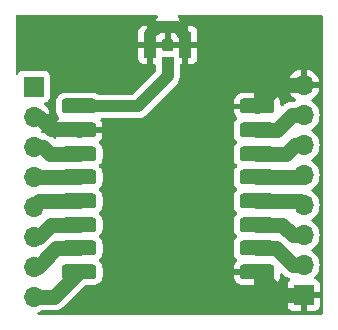
<source format=gtl>
G04 #@! TF.GenerationSoftware,KiCad,Pcbnew,8.0.1*
G04 #@! TF.CreationDate,2024-04-21T16:22:43+01:00*
G04 #@! TF.ProjectId,lora_adapter,6c6f7261-5f61-4646-9170-7465722e6b69,rev?*
G04 #@! TF.SameCoordinates,Original*
G04 #@! TF.FileFunction,Copper,L1,Top*
G04 #@! TF.FilePolarity,Positive*
%FSLAX46Y46*%
G04 Gerber Fmt 4.6, Leading zero omitted, Abs format (unit mm)*
G04 Created by KiCad (PCBNEW 8.0.1) date 2024-04-21 16:22:43*
%MOMM*%
%LPD*%
G01*
G04 APERTURE LIST*
G04 Aperture macros list*
%AMRoundRect*
0 Rectangle with rounded corners*
0 $1 Rounding radius*
0 $2 $3 $4 $5 $6 $7 $8 $9 X,Y pos of 4 corners*
0 Add a 4 corners polygon primitive as box body*
4,1,4,$2,$3,$4,$5,$6,$7,$8,$9,$2,$3,0*
0 Add four circle primitives for the rounded corners*
1,1,$1+$1,$2,$3*
1,1,$1+$1,$4,$5*
1,1,$1+$1,$6,$7*
1,1,$1+$1,$8,$9*
0 Add four rect primitives between the rounded corners*
20,1,$1+$1,$2,$3,$4,$5,0*
20,1,$1+$1,$4,$5,$6,$7,0*
20,1,$1+$1,$6,$7,$8,$9,0*
20,1,$1+$1,$8,$9,$2,$3,0*%
G04 Aperture macros list end*
G04 #@! TA.AperFunction,SMDPad,CuDef*
%ADD10R,1.000000X1.000000*%
G04 #@! TD*
G04 #@! TA.AperFunction,SMDPad,CuDef*
%ADD11R,1.050000X2.200000*%
G04 #@! TD*
G04 #@! TA.AperFunction,SMDPad,CuDef*
%ADD12RoundRect,0.317500X-1.157500X-0.317500X1.157500X-0.317500X1.157500X0.317500X-1.157500X0.317500X0*%
G04 #@! TD*
G04 #@! TA.AperFunction,ComponentPad*
%ADD13O,1.700000X1.700000*%
G04 #@! TD*
G04 #@! TA.AperFunction,ComponentPad*
%ADD14R,1.700000X1.700000*%
G04 #@! TD*
G04 #@! TA.AperFunction,Conductor*
%ADD15C,1.270000*%
G04 #@! TD*
G04 #@! TA.AperFunction,Conductor*
%ADD16C,1.000000*%
G04 #@! TD*
G04 APERTURE END LIST*
D10*
X79933800Y-86869400D03*
D11*
X78458800Y-85369400D03*
D10*
X79933800Y-83869400D03*
D11*
X81408800Y-85369400D03*
D12*
X72434200Y-90586800D03*
X72434200Y-92586800D03*
X72434200Y-94586800D03*
X72434200Y-96586800D03*
X72434200Y-98586800D03*
X72434200Y-100586800D03*
X72434200Y-102586800D03*
X72434200Y-104586800D03*
X87484200Y-104586800D03*
X87484200Y-102586800D03*
X87484200Y-100586800D03*
X87484200Y-98586800D03*
X87484200Y-96586800D03*
X87484200Y-94586800D03*
X87484200Y-92586800D03*
X87484200Y-90586800D03*
D13*
X91440000Y-88773000D03*
X91440000Y-91313000D03*
X91440000Y-93853000D03*
X91440000Y-96393000D03*
X91440000Y-98933000D03*
X91440000Y-101473000D03*
X91440000Y-104013000D03*
D14*
X91440000Y-106553000D03*
X68580000Y-88900000D03*
D13*
X68580000Y-91440000D03*
X68580000Y-93980000D03*
X68580000Y-96520000D03*
X68580000Y-99060000D03*
X68580000Y-101600000D03*
X68580000Y-104140000D03*
X68580000Y-106680000D03*
D15*
X69974200Y-94586800D02*
X69367400Y-93980000D01*
X69367400Y-93980000D02*
X68580000Y-93980000D01*
X72434200Y-94586800D02*
X69974200Y-94586800D01*
X69037200Y-101600000D02*
X68580000Y-101600000D01*
X70050400Y-100586800D02*
X69037200Y-101600000D01*
X72434200Y-100586800D02*
X70050400Y-100586800D01*
X70341000Y-106680000D02*
X72434200Y-104586800D01*
X68580000Y-106680000D02*
X70341000Y-106680000D01*
X72434200Y-102586800D02*
X70514200Y-102586800D01*
X70514200Y-102586800D02*
X68961000Y-104140000D01*
X68961000Y-104140000D02*
X68580000Y-104140000D01*
X91246200Y-96586800D02*
X91440000Y-96393000D01*
X87484200Y-96586800D02*
X91246200Y-96586800D01*
X90551000Y-104013000D02*
X91440000Y-104013000D01*
X89124800Y-102586800D02*
X90551000Y-104013000D01*
X87484200Y-102586800D02*
X89124800Y-102586800D01*
X91093800Y-98586800D02*
X91440000Y-98933000D01*
X87484200Y-98586800D02*
X91093800Y-98586800D01*
X87484200Y-100586800D02*
X89639400Y-100586800D01*
X90525600Y-101473000D02*
X91440000Y-101473000D01*
X89639400Y-100586800D02*
X90525600Y-101473000D01*
X87484200Y-94586800D02*
X89969600Y-94586800D01*
X90703400Y-93853000D02*
X91440000Y-93853000D01*
X89969600Y-94586800D02*
X90703400Y-93853000D01*
D16*
X79933800Y-86869400D02*
X79933800Y-88036400D01*
X77383400Y-90586800D02*
X72434200Y-90586800D01*
X79933800Y-88036400D02*
X77383400Y-90586800D01*
D15*
X68630800Y-88849200D02*
X68580000Y-88900000D01*
X70081800Y-92510000D02*
X69011800Y-91440000D01*
D16*
X80694400Y-83869400D02*
X81408800Y-84583800D01*
X78458800Y-84482200D02*
X79071600Y-83869400D01*
X79933800Y-83869400D02*
X80694400Y-83869400D01*
D15*
X87484200Y-104586800D02*
X89450400Y-106553000D01*
X89298000Y-88773000D02*
X91440000Y-88773000D01*
D16*
X81408800Y-84583800D02*
X81408800Y-85369400D01*
X78458800Y-85369400D02*
X78458800Y-84482200D01*
D15*
X72434200Y-92586800D02*
X72357400Y-92510000D01*
D16*
X79071600Y-83869400D02*
X79933800Y-83869400D01*
D15*
X87484200Y-90586800D02*
X89298000Y-88773000D01*
X72357400Y-92510000D02*
X70081800Y-92510000D01*
X69011800Y-91440000D02*
X68580000Y-91440000D01*
X89450400Y-106553000D02*
X91440000Y-106553000D01*
X69053200Y-98586800D02*
X68580000Y-99060000D01*
X72434200Y-98586800D02*
X69053200Y-98586800D01*
X68646800Y-96586800D02*
X68580000Y-96520000D01*
X72434200Y-96586800D02*
X68646800Y-96586800D01*
X89201000Y-92586800D02*
X90474800Y-91313000D01*
X87484200Y-92586800D02*
X89201000Y-92586800D01*
X90474800Y-91313000D02*
X91440000Y-91313000D01*
G04 #@! TA.AperFunction,Conductor*
G36*
X79038395Y-82841585D02*
G01*
X79084150Y-82894389D01*
X79094094Y-82963547D01*
X79070622Y-83020212D01*
X78990447Y-83127310D01*
X78990445Y-83127313D01*
X78940203Y-83262020D01*
X78940201Y-83262027D01*
X78933800Y-83321555D01*
X78933800Y-83645400D01*
X78914115Y-83712439D01*
X78861311Y-83758194D01*
X78809800Y-83769400D01*
X78708800Y-83769400D01*
X78708800Y-85119400D01*
X79483800Y-85119400D01*
X79483800Y-84993400D01*
X79503485Y-84926361D01*
X79556289Y-84880606D01*
X79607800Y-84869400D01*
X79683800Y-84869400D01*
X79683800Y-83743400D01*
X79703485Y-83676361D01*
X79756289Y-83630606D01*
X79807800Y-83619400D01*
X80059800Y-83619400D01*
X80126839Y-83639085D01*
X80172594Y-83691889D01*
X80183800Y-83743400D01*
X80183800Y-84869400D01*
X80259800Y-84869400D01*
X80326839Y-84889085D01*
X80372594Y-84941889D01*
X80383800Y-84993400D01*
X80383800Y-85119400D01*
X81158800Y-85119400D01*
X81158800Y-83769400D01*
X81658800Y-83769400D01*
X81658800Y-85119400D01*
X82433800Y-85119400D01*
X82433800Y-84221572D01*
X82433799Y-84221555D01*
X82427398Y-84162027D01*
X82427396Y-84162020D01*
X82377154Y-84027313D01*
X82377150Y-84027306D01*
X82290990Y-83912212D01*
X82290987Y-83912209D01*
X82175893Y-83826049D01*
X82175886Y-83826045D01*
X82041179Y-83775803D01*
X82041172Y-83775801D01*
X81981644Y-83769400D01*
X81658800Y-83769400D01*
X81158800Y-83769400D01*
X81057800Y-83769400D01*
X80990761Y-83749715D01*
X80945006Y-83696911D01*
X80933800Y-83645400D01*
X80933800Y-83321572D01*
X80933799Y-83321555D01*
X80927398Y-83262027D01*
X80927396Y-83262020D01*
X80877154Y-83127313D01*
X80877152Y-83127310D01*
X80796978Y-83020212D01*
X80772560Y-82954747D01*
X80787411Y-82886474D01*
X80836816Y-82837068D01*
X80896244Y-82821900D01*
X92923700Y-82821900D01*
X92990739Y-82841585D01*
X93036494Y-82894389D01*
X93047700Y-82945900D01*
X93047700Y-108087500D01*
X93028015Y-108154539D01*
X92975211Y-108200294D01*
X92923700Y-108211500D01*
X69024172Y-108211500D01*
X68957133Y-108191815D01*
X68911378Y-108139011D01*
X68901434Y-108069853D01*
X68930459Y-108006297D01*
X68989237Y-107968523D01*
X68992079Y-107967725D01*
X69026038Y-107958625D01*
X69043663Y-107953903D01*
X69257830Y-107854035D01*
X69280838Y-107837924D01*
X69347043Y-107815598D01*
X69351960Y-107815500D01*
X70430370Y-107815500D01*
X70508824Y-107803073D01*
X70606897Y-107787541D01*
X70735193Y-107745853D01*
X70776881Y-107732309D01*
X70936132Y-107651167D01*
X71080728Y-107546111D01*
X71207111Y-107419728D01*
X72868220Y-105758619D01*
X72929543Y-105725134D01*
X72955901Y-105722300D01*
X73637642Y-105722300D01*
X73637642Y-105722299D01*
X73699873Y-105715287D01*
X73774871Y-105706838D01*
X73776274Y-105706347D01*
X73948863Y-105645956D01*
X74104942Y-105547885D01*
X74235285Y-105417542D01*
X74333356Y-105261463D01*
X74394237Y-105087474D01*
X74394237Y-105087473D01*
X74394238Y-105087471D01*
X74403337Y-105006713D01*
X74409700Y-104950238D01*
X74409700Y-104836800D01*
X85509200Y-104836800D01*
X85509200Y-104950218D01*
X85524651Y-105087353D01*
X85524652Y-105087359D01*
X85585496Y-105261243D01*
X85683508Y-105417228D01*
X85813771Y-105547491D01*
X85969756Y-105645503D01*
X86143640Y-105706347D01*
X86143646Y-105706348D01*
X86280781Y-105721799D01*
X86280785Y-105721800D01*
X87234200Y-105721800D01*
X87234200Y-104836800D01*
X85509200Y-104836800D01*
X74409700Y-104836800D01*
X74409700Y-104223362D01*
X74404125Y-104173890D01*
X74394238Y-104086128D01*
X74368649Y-104012999D01*
X74333356Y-103912137D01*
X74235285Y-103756058D01*
X74153708Y-103674481D01*
X74120223Y-103613158D01*
X74125207Y-103543466D01*
X74153708Y-103499119D01*
X74190658Y-103462169D01*
X74235285Y-103417542D01*
X74333356Y-103261463D01*
X74394237Y-103087474D01*
X74394237Y-103087473D01*
X74394238Y-103087471D01*
X74402687Y-103012473D01*
X74409700Y-102950242D01*
X85508700Y-102950242D01*
X85524161Y-103087471D01*
X85585045Y-103261465D01*
X85683115Y-103417542D01*
X85765045Y-103499472D01*
X85798530Y-103560795D01*
X85793546Y-103630487D01*
X85765046Y-103674834D01*
X85683507Y-103756373D01*
X85585496Y-103912356D01*
X85524652Y-104086240D01*
X85524651Y-104086246D01*
X85509200Y-104223381D01*
X85509200Y-104336800D01*
X87610200Y-104336800D01*
X87677239Y-104356485D01*
X87722994Y-104409289D01*
X87734200Y-104460800D01*
X87734200Y-105721800D01*
X88687615Y-105721800D01*
X88687618Y-105721799D01*
X88824753Y-105706348D01*
X88824759Y-105706347D01*
X88998643Y-105645503D01*
X89154628Y-105547491D01*
X89284891Y-105417228D01*
X89382903Y-105261243D01*
X89443747Y-105087359D01*
X89443748Y-105087353D01*
X89459199Y-104950218D01*
X89459200Y-104950214D01*
X89459200Y-104826401D01*
X89478885Y-104759362D01*
X89531689Y-104713607D01*
X89600847Y-104703663D01*
X89664403Y-104732688D01*
X89670854Y-104738694D01*
X89811271Y-104879111D01*
X89872118Y-104923319D01*
X89955868Y-104984167D01*
X90115119Y-105065309D01*
X90115121Y-105065310D01*
X90231058Y-105102980D01*
X90288733Y-105142417D01*
X90315932Y-105206776D01*
X90304017Y-105275622D01*
X90267054Y-105320176D01*
X90232809Y-105345813D01*
X90146649Y-105460906D01*
X90146645Y-105460913D01*
X90096403Y-105595620D01*
X90096401Y-105595627D01*
X90090000Y-105655155D01*
X90090000Y-106303000D01*
X91006988Y-106303000D01*
X90974075Y-106360007D01*
X90940000Y-106487174D01*
X90940000Y-106618826D01*
X90974075Y-106745993D01*
X91006988Y-106803000D01*
X90090000Y-106803000D01*
X90090000Y-107450844D01*
X90096401Y-107510372D01*
X90096403Y-107510379D01*
X90146645Y-107645086D01*
X90146649Y-107645093D01*
X90232809Y-107760187D01*
X90232812Y-107760190D01*
X90347906Y-107846350D01*
X90347913Y-107846354D01*
X90482620Y-107896596D01*
X90482627Y-107896598D01*
X90542155Y-107902999D01*
X90542172Y-107903000D01*
X91190000Y-107903000D01*
X91190000Y-106986012D01*
X91247007Y-107018925D01*
X91374174Y-107053000D01*
X91505826Y-107053000D01*
X91632993Y-107018925D01*
X91690000Y-106986012D01*
X91690000Y-107903000D01*
X92337828Y-107903000D01*
X92337844Y-107902999D01*
X92397372Y-107896598D01*
X92397379Y-107896596D01*
X92532086Y-107846354D01*
X92532093Y-107846350D01*
X92647187Y-107760190D01*
X92647190Y-107760187D01*
X92733350Y-107645093D01*
X92733354Y-107645086D01*
X92783596Y-107510379D01*
X92783598Y-107510372D01*
X92789999Y-107450844D01*
X92790000Y-107450827D01*
X92790000Y-106803000D01*
X91873012Y-106803000D01*
X91905925Y-106745993D01*
X91940000Y-106618826D01*
X91940000Y-106487174D01*
X91905925Y-106360007D01*
X91873012Y-106303000D01*
X92790000Y-106303000D01*
X92790000Y-105655172D01*
X92789999Y-105655155D01*
X92783598Y-105595627D01*
X92783596Y-105595620D01*
X92733354Y-105460913D01*
X92733350Y-105460906D01*
X92647190Y-105345812D01*
X92647187Y-105345809D01*
X92532093Y-105259649D01*
X92532088Y-105259646D01*
X92400528Y-105210577D01*
X92344595Y-105168705D01*
X92320178Y-105103241D01*
X92335030Y-105034968D01*
X92356175Y-105006720D01*
X92478495Y-104884401D01*
X92614035Y-104690830D01*
X92713903Y-104476663D01*
X92775063Y-104248408D01*
X92795659Y-104013000D01*
X92775063Y-103777592D01*
X92713903Y-103549337D01*
X92614035Y-103335171D01*
X92562425Y-103261463D01*
X92478494Y-103141597D01*
X92311402Y-102974506D01*
X92311396Y-102974501D01*
X92125842Y-102844575D01*
X92082217Y-102789998D01*
X92075023Y-102720500D01*
X92106546Y-102658145D01*
X92125842Y-102641425D01*
X92148026Y-102625891D01*
X92311401Y-102511495D01*
X92478495Y-102344401D01*
X92614035Y-102150830D01*
X92713903Y-101936663D01*
X92775063Y-101708408D01*
X92795659Y-101473000D01*
X92775063Y-101237592D01*
X92713903Y-101009337D01*
X92614035Y-100795171D01*
X92478495Y-100601599D01*
X92478494Y-100601597D01*
X92311402Y-100434506D01*
X92311396Y-100434501D01*
X92125842Y-100304575D01*
X92082217Y-100249998D01*
X92075023Y-100180500D01*
X92106546Y-100118145D01*
X92125842Y-100101425D01*
X92148026Y-100085891D01*
X92311401Y-99971495D01*
X92478495Y-99804401D01*
X92614035Y-99610830D01*
X92713903Y-99396663D01*
X92775063Y-99168408D01*
X92795659Y-98933000D01*
X92775063Y-98697592D01*
X92713903Y-98469337D01*
X92614035Y-98255171D01*
X92591763Y-98223362D01*
X92478494Y-98061597D01*
X92311402Y-97894506D01*
X92311396Y-97894501D01*
X92125842Y-97764575D01*
X92082217Y-97709998D01*
X92075023Y-97640500D01*
X92106546Y-97578145D01*
X92125842Y-97561425D01*
X92214824Y-97499119D01*
X92311401Y-97431495D01*
X92478495Y-97264401D01*
X92614035Y-97070830D01*
X92713903Y-96856663D01*
X92775063Y-96628408D01*
X92795659Y-96393000D01*
X92775063Y-96157592D01*
X92713903Y-95929337D01*
X92614035Y-95715171D01*
X92551398Y-95625715D01*
X92478494Y-95521597D01*
X92311402Y-95354506D01*
X92311396Y-95354501D01*
X92125842Y-95224575D01*
X92082217Y-95169998D01*
X92075023Y-95100500D01*
X92106546Y-95038145D01*
X92125842Y-95021425D01*
X92148026Y-95005891D01*
X92311401Y-94891495D01*
X92478495Y-94724401D01*
X92614035Y-94530830D01*
X92713903Y-94316663D01*
X92775063Y-94088408D01*
X92795659Y-93853000D01*
X92775063Y-93617592D01*
X92721460Y-93417542D01*
X92713905Y-93389344D01*
X92713904Y-93389343D01*
X92713903Y-93389337D01*
X92614035Y-93175171D01*
X92571127Y-93113891D01*
X92478494Y-92981597D01*
X92311402Y-92814506D01*
X92311396Y-92814501D01*
X92125842Y-92684575D01*
X92082217Y-92629998D01*
X92075023Y-92560500D01*
X92106546Y-92498145D01*
X92125842Y-92481425D01*
X92148026Y-92465891D01*
X92311401Y-92351495D01*
X92478495Y-92184401D01*
X92614035Y-91990830D01*
X92713903Y-91776663D01*
X92775063Y-91548408D01*
X92795659Y-91313000D01*
X92775063Y-91077592D01*
X92713903Y-90849337D01*
X92614035Y-90635171D01*
X92527146Y-90511079D01*
X92478494Y-90441597D01*
X92311402Y-90274506D01*
X92311401Y-90274505D01*
X92125405Y-90144269D01*
X92081781Y-90089692D01*
X92074588Y-90020193D01*
X92106110Y-89957839D01*
X92125405Y-89941119D01*
X92311082Y-89811105D01*
X92478105Y-89644082D01*
X92613600Y-89450578D01*
X92713429Y-89236492D01*
X92713432Y-89236486D01*
X92770636Y-89023000D01*
X91873012Y-89023000D01*
X91905925Y-88965993D01*
X91940000Y-88838826D01*
X91940000Y-88707174D01*
X91905925Y-88580007D01*
X91873012Y-88523000D01*
X92770636Y-88523000D01*
X92770635Y-88522999D01*
X92713432Y-88309513D01*
X92713429Y-88309507D01*
X92613600Y-88095422D01*
X92613599Y-88095420D01*
X92478113Y-87901926D01*
X92478108Y-87901920D01*
X92311082Y-87734894D01*
X92117578Y-87599399D01*
X91903492Y-87499570D01*
X91903486Y-87499567D01*
X91690000Y-87442364D01*
X91690000Y-88339988D01*
X91632993Y-88307075D01*
X91505826Y-88273000D01*
X91374174Y-88273000D01*
X91247007Y-88307075D01*
X91190000Y-88339988D01*
X91190000Y-87442364D01*
X91189999Y-87442364D01*
X90976513Y-87499567D01*
X90976507Y-87499570D01*
X90762422Y-87599399D01*
X90762420Y-87599400D01*
X90568926Y-87734886D01*
X90568920Y-87734891D01*
X90401891Y-87901920D01*
X90401886Y-87901926D01*
X90266400Y-88095420D01*
X90266399Y-88095422D01*
X90166570Y-88309507D01*
X90166567Y-88309513D01*
X90109364Y-88522999D01*
X90109364Y-88523000D01*
X91006988Y-88523000D01*
X90974075Y-88580007D01*
X90940000Y-88707174D01*
X90940000Y-88838826D01*
X90974075Y-88965993D01*
X91006988Y-89023000D01*
X90109364Y-89023000D01*
X90166567Y-89236486D01*
X90166570Y-89236492D01*
X90266399Y-89450578D01*
X90401894Y-89644082D01*
X90568917Y-89811105D01*
X90754595Y-89941119D01*
X90798219Y-89995696D01*
X90805412Y-90065195D01*
X90773890Y-90127549D01*
X90754599Y-90144265D01*
X90739168Y-90155071D01*
X90672963Y-90177402D01*
X90668040Y-90177500D01*
X90385434Y-90177500D01*
X90326590Y-90186820D01*
X90208901Y-90205460D01*
X90208898Y-90205460D01*
X90038921Y-90260689D01*
X90038918Y-90260690D01*
X89879666Y-90341834D01*
X89795916Y-90402681D01*
X89795915Y-90402680D01*
X89735079Y-90446881D01*
X89735071Y-90446888D01*
X89670881Y-90511079D01*
X89609558Y-90544564D01*
X89539866Y-90539580D01*
X89483933Y-90497708D01*
X89459516Y-90432244D01*
X89459200Y-90423398D01*
X89459200Y-90223385D01*
X89459199Y-90223381D01*
X89443748Y-90086246D01*
X89443747Y-90086240D01*
X89382903Y-89912356D01*
X89284891Y-89756371D01*
X89154628Y-89626108D01*
X88998643Y-89528096D01*
X88824759Y-89467252D01*
X88824753Y-89467251D01*
X88687618Y-89451800D01*
X87734200Y-89451800D01*
X87734200Y-90712800D01*
X87714515Y-90779839D01*
X87661711Y-90825594D01*
X87610200Y-90836800D01*
X85509200Y-90836800D01*
X85509200Y-90950218D01*
X85524651Y-91087353D01*
X85524652Y-91087359D01*
X85585496Y-91261243D01*
X85683508Y-91417228D01*
X85765045Y-91498765D01*
X85798530Y-91560088D01*
X85793546Y-91629780D01*
X85765046Y-91674127D01*
X85683114Y-91756059D01*
X85585045Y-91912134D01*
X85524161Y-92086128D01*
X85508700Y-92223357D01*
X85508700Y-92950242D01*
X85524161Y-93087471D01*
X85570429Y-93219696D01*
X85581209Y-93250504D01*
X85585045Y-93261465D01*
X85683115Y-93417542D01*
X85764692Y-93499119D01*
X85798177Y-93560442D01*
X85793193Y-93630134D01*
X85764692Y-93674481D01*
X85683115Y-93756057D01*
X85585045Y-93912134D01*
X85524161Y-94086128D01*
X85508700Y-94223357D01*
X85508700Y-94950242D01*
X85524161Y-95087471D01*
X85585045Y-95261465D01*
X85683115Y-95417542D01*
X85764692Y-95499119D01*
X85798177Y-95560442D01*
X85793193Y-95630134D01*
X85764692Y-95674481D01*
X85683115Y-95756057D01*
X85585045Y-95912134D01*
X85524161Y-96086128D01*
X85508700Y-96223357D01*
X85508700Y-96950242D01*
X85524161Y-97087471D01*
X85585045Y-97261465D01*
X85683115Y-97417542D01*
X85764692Y-97499119D01*
X85798177Y-97560442D01*
X85793193Y-97630134D01*
X85764692Y-97674481D01*
X85683115Y-97756057D01*
X85585045Y-97912134D01*
X85524161Y-98086128D01*
X85508700Y-98223357D01*
X85508700Y-98950242D01*
X85524161Y-99087471D01*
X85585045Y-99261465D01*
X85683115Y-99417542D01*
X85764692Y-99499119D01*
X85798177Y-99560442D01*
X85793193Y-99630134D01*
X85764692Y-99674481D01*
X85683115Y-99756057D01*
X85585045Y-99912134D01*
X85524161Y-100086128D01*
X85508700Y-100223357D01*
X85508700Y-100950242D01*
X85524161Y-101087471D01*
X85585045Y-101261465D01*
X85683115Y-101417542D01*
X85764692Y-101499119D01*
X85798177Y-101560442D01*
X85793193Y-101630134D01*
X85764692Y-101674481D01*
X85683115Y-101756057D01*
X85585045Y-101912134D01*
X85524161Y-102086128D01*
X85508700Y-102223357D01*
X85508700Y-102950242D01*
X74409700Y-102950242D01*
X74409700Y-102950238D01*
X74409700Y-102223362D01*
X74401528Y-102150834D01*
X74394238Y-102086128D01*
X74379556Y-102044171D01*
X74333356Y-101912137D01*
X74235285Y-101756058D01*
X74153708Y-101674481D01*
X74120223Y-101613158D01*
X74125207Y-101543466D01*
X74153708Y-101499119D01*
X74179828Y-101472999D01*
X74235285Y-101417542D01*
X74333356Y-101261463D01*
X74394237Y-101087474D01*
X74394237Y-101087473D01*
X74394238Y-101087471D01*
X74403041Y-101009335D01*
X74409700Y-100950238D01*
X74409700Y-100223362D01*
X74397845Y-100118145D01*
X74394238Y-100086128D01*
X74354125Y-99971493D01*
X74333356Y-99912137D01*
X74235285Y-99756058D01*
X74153708Y-99674481D01*
X74120223Y-99613158D01*
X74125207Y-99543466D01*
X74153708Y-99499119D01*
X74183591Y-99469236D01*
X74235285Y-99417542D01*
X74333356Y-99261463D01*
X74394237Y-99087474D01*
X74394237Y-99087473D01*
X74394238Y-99087471D01*
X74402687Y-99012473D01*
X74409700Y-98950238D01*
X74409700Y-98223362D01*
X74404125Y-98173890D01*
X74394238Y-98086128D01*
X74371625Y-98021505D01*
X74333356Y-97912137D01*
X74235285Y-97756058D01*
X74153708Y-97674481D01*
X74120223Y-97613158D01*
X74125207Y-97543466D01*
X74153708Y-97499119D01*
X74235285Y-97417542D01*
X74333356Y-97261463D01*
X74394237Y-97087474D01*
X74394237Y-97087473D01*
X74394238Y-97087471D01*
X74402687Y-97012473D01*
X74409700Y-96950238D01*
X74409700Y-96223362D01*
X74402290Y-96157596D01*
X74394238Y-96086128D01*
X74379622Y-96044359D01*
X74333356Y-95912137D01*
X74235285Y-95756058D01*
X74153708Y-95674481D01*
X74120223Y-95613158D01*
X74125207Y-95543466D01*
X74153708Y-95499119D01*
X74171322Y-95481505D01*
X74235285Y-95417542D01*
X74333356Y-95261463D01*
X74394237Y-95087474D01*
X74394237Y-95087473D01*
X74394238Y-95087471D01*
X74402687Y-95012473D01*
X74409700Y-94950238D01*
X74409700Y-94223362D01*
X74394495Y-94088413D01*
X74394238Y-94086128D01*
X74357102Y-93980000D01*
X74333356Y-93912137D01*
X74235285Y-93756058D01*
X74153354Y-93674127D01*
X74119869Y-93612804D01*
X74124853Y-93543112D01*
X74153354Y-93498764D01*
X74234893Y-93417225D01*
X74332903Y-93261243D01*
X74393747Y-93087359D01*
X74393748Y-93087353D01*
X74409199Y-92950218D01*
X74409200Y-92950214D01*
X74409200Y-92836800D01*
X70459200Y-92836800D01*
X70459200Y-92950218D01*
X70474651Y-93087353D01*
X70474652Y-93087359D01*
X70507322Y-93180725D01*
X70510883Y-93250504D01*
X70476154Y-93311131D01*
X70414160Y-93343358D01*
X70344585Y-93336952D01*
X70302599Y-93309360D01*
X70107130Y-93113891D01*
X70107124Y-93113886D01*
X70054787Y-93075861D01*
X69962532Y-93008833D01*
X69803281Y-92927691D01*
X69803275Y-92927688D01*
X69761594Y-92914146D01*
X69694853Y-92892460D01*
X69633297Y-92872459D01*
X69633295Y-92872458D01*
X69633294Y-92872458D01*
X69456770Y-92844500D01*
X69456766Y-92844500D01*
X69351960Y-92844500D01*
X69284921Y-92824815D01*
X69280862Y-92822092D01*
X69265402Y-92811267D01*
X69221779Y-92756690D01*
X69214587Y-92687191D01*
X69246110Y-92624837D01*
X69265405Y-92608119D01*
X69451079Y-92478108D01*
X69618105Y-92311082D01*
X69753600Y-92117578D01*
X69853429Y-91903492D01*
X69853432Y-91903486D01*
X69910636Y-91690000D01*
X69013012Y-91690000D01*
X69045925Y-91632993D01*
X69080000Y-91505826D01*
X69080000Y-91374174D01*
X69045925Y-91247007D01*
X69013012Y-91190000D01*
X69910636Y-91190000D01*
X69910635Y-91189999D01*
X69853432Y-90976513D01*
X69853429Y-90976507D01*
X69841181Y-90950242D01*
X70458700Y-90950242D01*
X70474161Y-91087471D01*
X70535045Y-91261465D01*
X70633115Y-91417542D01*
X70715045Y-91499472D01*
X70748530Y-91560795D01*
X70743546Y-91630487D01*
X70715046Y-91674834D01*
X70633507Y-91756373D01*
X70535496Y-91912356D01*
X70474652Y-92086240D01*
X70474651Y-92086246D01*
X70459200Y-92223381D01*
X70459200Y-92336800D01*
X74409200Y-92336800D01*
X74409200Y-92223385D01*
X74409199Y-92223381D01*
X74393748Y-92086246D01*
X74393747Y-92086240D01*
X74332903Y-91912356D01*
X74248024Y-91777272D01*
X74229024Y-91710035D01*
X74249392Y-91643200D01*
X74302659Y-91597986D01*
X74353018Y-91587300D01*
X77481942Y-91587300D01*
X77501270Y-91583455D01*
X77578588Y-91568075D01*
X77675236Y-91548851D01*
X77728565Y-91526761D01*
X77857314Y-91473432D01*
X78021182Y-91363939D01*
X78160539Y-91224582D01*
X78160539Y-91224580D01*
X78170747Y-91214373D01*
X78170748Y-91214370D01*
X79048319Y-90336800D01*
X85509200Y-90336800D01*
X87234200Y-90336800D01*
X87234200Y-89451800D01*
X86280781Y-89451800D01*
X86143646Y-89467251D01*
X86143640Y-89467252D01*
X85969756Y-89528096D01*
X85813771Y-89626108D01*
X85683508Y-89756371D01*
X85585496Y-89912356D01*
X85524652Y-90086240D01*
X85524651Y-90086246D01*
X85509200Y-90223381D01*
X85509200Y-90336800D01*
X79048319Y-90336800D01*
X80710939Y-88674182D01*
X80771662Y-88583303D01*
X80820432Y-88510314D01*
X80895851Y-88328235D01*
X80934300Y-88134941D01*
X80934300Y-87093400D01*
X80953985Y-87026361D01*
X81006789Y-86980606D01*
X81058300Y-86969400D01*
X81158800Y-86969400D01*
X81158800Y-85619400D01*
X81658800Y-85619400D01*
X81658800Y-86969400D01*
X81981628Y-86969400D01*
X81981644Y-86969399D01*
X82041172Y-86962998D01*
X82041179Y-86962996D01*
X82175886Y-86912754D01*
X82175893Y-86912750D01*
X82290987Y-86826590D01*
X82290990Y-86826587D01*
X82377150Y-86711493D01*
X82377154Y-86711486D01*
X82427396Y-86576779D01*
X82427398Y-86576772D01*
X82433799Y-86517244D01*
X82433800Y-86517227D01*
X82433800Y-85619400D01*
X81658800Y-85619400D01*
X81158800Y-85619400D01*
X80383800Y-85619400D01*
X80383800Y-85744900D01*
X80364115Y-85811939D01*
X80311311Y-85857694D01*
X80259800Y-85868900D01*
X79607800Y-85868900D01*
X79540761Y-85849215D01*
X79495006Y-85796411D01*
X79483800Y-85744900D01*
X79483800Y-85619400D01*
X78708800Y-85619400D01*
X78708800Y-86969400D01*
X78809300Y-86969400D01*
X78876339Y-86989085D01*
X78922094Y-87041889D01*
X78933300Y-87093400D01*
X78933300Y-87570617D01*
X78913615Y-87637656D01*
X78896981Y-87658298D01*
X77005299Y-89549981D01*
X76943976Y-89583466D01*
X76917618Y-89586300D01*
X74077937Y-89586300D01*
X74011964Y-89567293D01*
X73948865Y-89527645D01*
X73948867Y-89527645D01*
X73774871Y-89466761D01*
X73637642Y-89451300D01*
X73637638Y-89451300D01*
X71230762Y-89451300D01*
X71230758Y-89451300D01*
X71093528Y-89466761D01*
X70919534Y-89527645D01*
X70763457Y-89625715D01*
X70633115Y-89756057D01*
X70535045Y-89912134D01*
X70474161Y-90086128D01*
X70458700Y-90223357D01*
X70458700Y-90950242D01*
X69841181Y-90950242D01*
X69753600Y-90762422D01*
X69753599Y-90762420D01*
X69618113Y-90568926D01*
X69618108Y-90568920D01*
X69496053Y-90446865D01*
X69462568Y-90385542D01*
X69467552Y-90315850D01*
X69509424Y-90259917D01*
X69540400Y-90243002D01*
X69672331Y-90193796D01*
X69787546Y-90107546D01*
X69873796Y-89992331D01*
X69924091Y-89857483D01*
X69930500Y-89797873D01*
X69930499Y-88002128D01*
X69924091Y-87942517D01*
X69908949Y-87901920D01*
X69873797Y-87807671D01*
X69873793Y-87807664D01*
X69787547Y-87692455D01*
X69787544Y-87692452D01*
X69672335Y-87606206D01*
X69672328Y-87606202D01*
X69537482Y-87555908D01*
X69537483Y-87555908D01*
X69477883Y-87549501D01*
X69477881Y-87549500D01*
X69477873Y-87549500D01*
X69477864Y-87549500D01*
X67682129Y-87549500D01*
X67682123Y-87549501D01*
X67622516Y-87555908D01*
X67487671Y-87606202D01*
X67487664Y-87606206D01*
X67372455Y-87692452D01*
X67372452Y-87692455D01*
X67286206Y-87807664D01*
X67281953Y-87815454D01*
X67279064Y-87813876D01*
X67246792Y-87856971D01*
X67181323Y-87881376D01*
X67113052Y-87866511D01*
X67063657Y-87817096D01*
X67048500Y-87757690D01*
X67048500Y-85619400D01*
X77433800Y-85619400D01*
X77433800Y-86517244D01*
X77440201Y-86576772D01*
X77440203Y-86576779D01*
X77490445Y-86711486D01*
X77490449Y-86711493D01*
X77576609Y-86826587D01*
X77576612Y-86826590D01*
X77691706Y-86912750D01*
X77691713Y-86912754D01*
X77826420Y-86962996D01*
X77826427Y-86962998D01*
X77885955Y-86969399D01*
X77885972Y-86969400D01*
X78208800Y-86969400D01*
X78208800Y-85619400D01*
X77433800Y-85619400D01*
X67048500Y-85619400D01*
X67048500Y-85119400D01*
X77433800Y-85119400D01*
X78208800Y-85119400D01*
X78208800Y-83769400D01*
X77885955Y-83769400D01*
X77826427Y-83775801D01*
X77826420Y-83775803D01*
X77691713Y-83826045D01*
X77691706Y-83826049D01*
X77576612Y-83912209D01*
X77576609Y-83912212D01*
X77490449Y-84027306D01*
X77490445Y-84027313D01*
X77440203Y-84162020D01*
X77440201Y-84162027D01*
X77433800Y-84221555D01*
X77433800Y-85119400D01*
X67048500Y-85119400D01*
X67048500Y-82945900D01*
X67068185Y-82878861D01*
X67120989Y-82833106D01*
X67172500Y-82821900D01*
X78971356Y-82821900D01*
X79038395Y-82841585D01*
G37*
G04 #@! TD.AperFunction*
M02*

</source>
